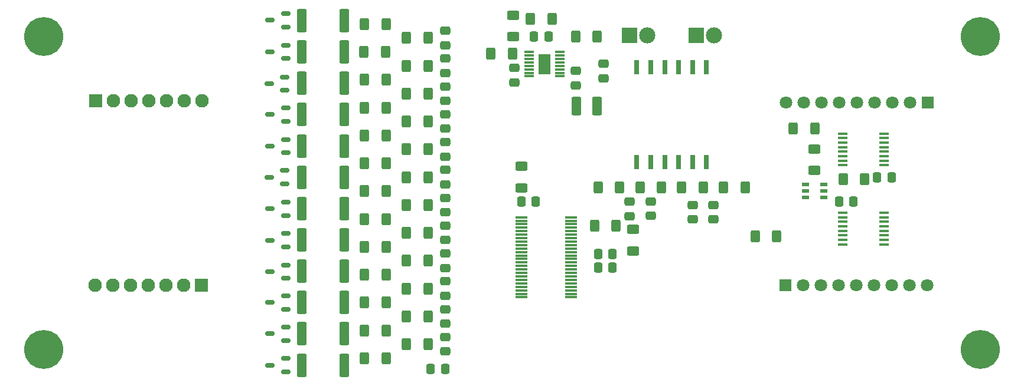
<source format=gbr>
%TF.GenerationSoftware,KiCad,Pcbnew,7.0.6*%
%TF.CreationDate,2023-08-31T22:42:44+02:00*%
%TF.ProjectId,BMS V1.0,424d5320-5631-42e3-902e-6b696361645f,rev?*%
%TF.SameCoordinates,Original*%
%TF.FileFunction,Soldermask,Top*%
%TF.FilePolarity,Negative*%
%FSLAX46Y46*%
G04 Gerber Fmt 4.6, Leading zero omitted, Abs format (unit mm)*
G04 Created by KiCad (PCBNEW 7.0.6) date 2023-08-31 22:42:44*
%MOMM*%
%LPD*%
G01*
G04 APERTURE LIST*
G04 Aperture macros list*
%AMRoundRect*
0 Rectangle with rounded corners*
0 $1 Rounding radius*
0 $2 $3 $4 $5 $6 $7 $8 $9 X,Y pos of 4 corners*
0 Add a 4 corners polygon primitive as box body*
4,1,4,$2,$3,$4,$5,$6,$7,$8,$9,$2,$3,0*
0 Add four circle primitives for the rounded corners*
1,1,$1+$1,$2,$3*
1,1,$1+$1,$4,$5*
1,1,$1+$1,$6,$7*
1,1,$1+$1,$8,$9*
0 Add four rect primitives between the rounded corners*
20,1,$1+$1,$2,$3,$4,$5,0*
20,1,$1+$1,$4,$5,$6,$7,0*
20,1,$1+$1,$6,$7,$8,$9,0*
20,1,$1+$1,$8,$9,$2,$3,0*%
G04 Aperture macros list end*
%ADD10R,2.325000X2.325000*%
%ADD11C,2.325000*%
%ADD12RoundRect,0.250000X-0.475000X0.337500X-0.475000X-0.337500X0.475000X-0.337500X0.475000X0.337500X0*%
%ADD13RoundRect,0.250000X-0.400000X-0.625000X0.400000X-0.625000X0.400000X0.625000X-0.400000X0.625000X0*%
%ADD14C,5.600000*%
%ADD15RoundRect,0.250001X-0.462499X-1.074999X0.462499X-1.074999X0.462499X1.074999X-0.462499X1.074999X0*%
%ADD16R,1.800000X0.300000*%
%ADD17RoundRect,0.250000X0.400000X0.625000X-0.400000X0.625000X-0.400000X-0.625000X0.400000X-0.625000X0*%
%ADD18RoundRect,0.249999X0.450001X1.425001X-0.450001X1.425001X-0.450001X-1.425001X0.450001X-1.425001X0*%
%ADD19R,1.475000X0.450000*%
%ADD20RoundRect,0.150000X0.512500X0.150000X-0.512500X0.150000X-0.512500X-0.150000X0.512500X-0.150000X0*%
%ADD21RoundRect,0.250000X-0.337500X-0.475000X0.337500X-0.475000X0.337500X0.475000X-0.337500X0.475000X0*%
%ADD22RoundRect,0.250000X-0.625000X0.400000X-0.625000X-0.400000X0.625000X-0.400000X0.625000X0.400000X0*%
%ADD23RoundRect,0.250000X0.475000X-0.337500X0.475000X0.337500X-0.475000X0.337500X-0.475000X-0.337500X0*%
%ADD24R,1.050000X0.550000*%
%ADD25R,1.800000X1.800000*%
%ADD26C,1.800000*%
%ADD27RoundRect,0.250000X0.337500X0.475000X-0.337500X0.475000X-0.337500X-0.475000X0.337500X-0.475000X0*%
%ADD28R,1.425000X0.300000*%
%ADD29R,1.753000X2.947000*%
%ADD30R,1.950000X1.950000*%
%ADD31C,1.950000*%
%ADD32R,0.800000X2.010000*%
G04 APERTURE END LIST*
D10*
%TO.C,J3*%
X163000000Y-68155000D03*
D11*
X165540000Y-68155000D03*
%TD*%
D12*
%TO.C,C15*%
X127000000Y-95462500D03*
X127000000Y-97537500D03*
%TD*%
D13*
%TO.C,R38*%
X115450000Y-74500000D03*
X118550000Y-74500000D03*
%TD*%
D14*
%TO.C,*%
X203750000Y-113250000D03*
%TD*%
D15*
%TO.C,L1*%
X145800500Y-78250000D03*
X148775500Y-78250000D03*
%TD*%
D16*
%TO.C,IC6*%
X137950000Y-94250000D03*
X137950000Y-94750000D03*
X137950000Y-95250000D03*
X137950000Y-95750000D03*
X137950000Y-96250000D03*
X137950000Y-96750000D03*
X137950000Y-97250000D03*
X137950000Y-97750000D03*
X137950000Y-98250000D03*
X137950000Y-98750000D03*
X137950000Y-99250000D03*
X137950000Y-99750000D03*
X137950000Y-100250000D03*
X137950000Y-100750000D03*
X137950000Y-101250000D03*
X137950000Y-101750000D03*
X137950000Y-102250000D03*
X137950000Y-102750000D03*
X137950000Y-103250000D03*
X137950000Y-103750000D03*
X137950000Y-104250000D03*
X137950000Y-104750000D03*
X137950000Y-105250000D03*
X137950000Y-105750000D03*
X145050000Y-105750000D03*
X145050000Y-105250000D03*
X145050000Y-104750000D03*
X145050000Y-104250000D03*
X145050000Y-103750000D03*
X145050000Y-103250000D03*
X145050000Y-102750000D03*
X145050000Y-102250000D03*
X145050000Y-101750000D03*
X145050000Y-101250000D03*
X145050000Y-100750000D03*
X145050000Y-100250000D03*
X145050000Y-99750000D03*
X145050000Y-99250000D03*
X145050000Y-98750000D03*
X145050000Y-98250000D03*
X145050000Y-97750000D03*
X145050000Y-97250000D03*
X145050000Y-96750000D03*
X145050000Y-96250000D03*
X145050000Y-95750000D03*
X145050000Y-95250000D03*
X145050000Y-94750000D03*
X145050000Y-94250000D03*
%TD*%
D13*
%TO.C,R32*%
X115450000Y-82500000D03*
X118550000Y-82500000D03*
%TD*%
D17*
%TO.C,R7*%
X174550000Y-97000000D03*
X171450000Y-97000000D03*
%TD*%
D13*
%TO.C,R24*%
X121450000Y-96500000D03*
X124550000Y-96500000D03*
%TD*%
%TO.C,R23*%
X115450000Y-94500000D03*
X118550000Y-94500000D03*
%TD*%
D18*
%TO.C,R46*%
X112600000Y-115500000D03*
X106500000Y-115500000D03*
%TD*%
D19*
%TO.C,IC3*%
X189938000Y-98150000D03*
X189938000Y-97500000D03*
X189938000Y-96850000D03*
X189938000Y-96200000D03*
X189938000Y-95550000D03*
X189938000Y-94900000D03*
X189938000Y-94250000D03*
X189938000Y-93600000D03*
X184062000Y-93600000D03*
X184062000Y-94250000D03*
X184062000Y-94900000D03*
X184062000Y-95550000D03*
X184062000Y-96200000D03*
X184062000Y-96850000D03*
X184062000Y-97500000D03*
X184062000Y-98150000D03*
%TD*%
D12*
%TO.C,C18*%
X127000000Y-83462500D03*
X127000000Y-85537500D03*
%TD*%
D13*
%TO.C,R12*%
X121450000Y-108500000D03*
X124550000Y-108500000D03*
%TD*%
D20*
%TO.C,Q11*%
X104187500Y-66900000D03*
X104187500Y-65000000D03*
X101912500Y-65950000D03*
%TD*%
D14*
%TO.C,*%
X69500000Y-113250000D03*
%TD*%
D21*
%TO.C,C1*%
X139750500Y-68250000D03*
X141825500Y-68250000D03*
%TD*%
D22*
%TO.C,R51*%
X138000000Y-86950000D03*
X138000000Y-90050000D03*
%TD*%
D23*
%TO.C,C9*%
X162500000Y-94537500D03*
X162500000Y-92462500D03*
%TD*%
D12*
%TO.C,C12*%
X127000000Y-107462500D03*
X127000000Y-109537500D03*
%TD*%
D13*
%TO.C,R44*%
X115450000Y-66500000D03*
X118550000Y-66500000D03*
%TD*%
D12*
%TO.C,C17*%
X127000000Y-87462500D03*
X127000000Y-89537500D03*
%TD*%
D13*
%TO.C,R15*%
X115450000Y-110500000D03*
X118550000Y-110500000D03*
%TD*%
%TO.C,R27*%
X121450000Y-92500000D03*
X124550000Y-92500000D03*
%TD*%
D24*
%TO.C,IC2*%
X181300000Y-91400000D03*
X181300000Y-90450000D03*
X181300000Y-89500000D03*
X178700000Y-89500000D03*
X178700000Y-90450000D03*
X178700000Y-91400000D03*
%TD*%
D23*
%TO.C,C2*%
X149750000Y-74287500D03*
X149750000Y-72212500D03*
%TD*%
D13*
%TO.C,R49*%
X148450000Y-95500000D03*
X151550000Y-95500000D03*
%TD*%
D12*
%TO.C,C23*%
X127000000Y-111462500D03*
X127000000Y-113537500D03*
%TD*%
D17*
%TO.C,R52*%
X187183538Y-88818599D03*
X184083538Y-88818599D03*
%TD*%
D18*
%TO.C,R43*%
X112600000Y-66000000D03*
X106500000Y-66000000D03*
%TD*%
D21*
%TO.C,C25*%
X137962500Y-92000000D03*
X140037500Y-92000000D03*
%TD*%
D18*
%TO.C,R19*%
X112600000Y-102000000D03*
X106500000Y-102000000D03*
%TD*%
%TO.C,R31*%
X112600000Y-84000000D03*
X106500000Y-84000000D03*
%TD*%
D13*
%TO.C,R3*%
X145738000Y-68250000D03*
X148838000Y-68250000D03*
%TD*%
D21*
%TO.C,C11*%
X148962500Y-99500000D03*
X151037500Y-99500000D03*
%TD*%
D12*
%TO.C,C13*%
X127000000Y-103462500D03*
X127000000Y-105537500D03*
%TD*%
D13*
%TO.C,R30*%
X121450000Y-88500000D03*
X124550000Y-88500000D03*
%TD*%
D25*
%TO.C,J5*%
X196200000Y-77775000D03*
D26*
X193660000Y-77775000D03*
X191120000Y-77775000D03*
X188580000Y-77775000D03*
X186040000Y-77775000D03*
X183500000Y-77775000D03*
X180960000Y-77775000D03*
X178420000Y-77775000D03*
X175880000Y-77775000D03*
%TD*%
D18*
%TO.C,R22*%
X112600000Y-97500000D03*
X106500000Y-97500000D03*
%TD*%
D17*
%TO.C,R11*%
X164050000Y-90000000D03*
X160950000Y-90000000D03*
%TD*%
D12*
%TO.C,C22*%
X127000000Y-67462500D03*
X127000000Y-69537500D03*
%TD*%
D13*
%TO.C,R42*%
X121450000Y-72500000D03*
X124550000Y-72500000D03*
%TD*%
D21*
%TO.C,C10*%
X148962500Y-101500000D03*
X151037500Y-101500000D03*
%TD*%
D13*
%TO.C,R48*%
X121450000Y-112500000D03*
X124550000Y-112500000D03*
%TD*%
D27*
%TO.C,C24*%
X127037500Y-116000000D03*
X124962500Y-116000000D03*
%TD*%
D12*
%TO.C,C14*%
X127000000Y-99462500D03*
X127000000Y-101537500D03*
%TD*%
D20*
%TO.C,Q6*%
X104050000Y-89450000D03*
X104050000Y-87550000D03*
X101775000Y-88500000D03*
%TD*%
D17*
%TO.C,R10*%
X170050000Y-90000000D03*
X166950000Y-90000000D03*
%TD*%
D13*
%TO.C,R29*%
X115450000Y-86500000D03*
X118550000Y-86500000D03*
%TD*%
D20*
%TO.C,Q9*%
X104050000Y-76000000D03*
X104050000Y-74100000D03*
X101775000Y-75050000D03*
%TD*%
D13*
%TO.C,R26*%
X115450000Y-90500000D03*
X118550000Y-90500000D03*
%TD*%
D20*
%TO.C,Q4*%
X104187500Y-98500000D03*
X104187500Y-96600000D03*
X101912500Y-97550000D03*
%TD*%
%TO.C,Q3*%
X104187500Y-103000000D03*
X104187500Y-101100000D03*
X101912500Y-102050000D03*
%TD*%
D18*
%TO.C,R28*%
X112550000Y-88500000D03*
X106450000Y-88500000D03*
%TD*%
D13*
%TO.C,R17*%
X115450000Y-102500000D03*
X118550000Y-102500000D03*
%TD*%
%TO.C,R4*%
X133562465Y-70768955D03*
X136662465Y-70768955D03*
%TD*%
D28*
%TO.C,IC1*%
X139076000Y-70500000D03*
X139076000Y-71000000D03*
X139076000Y-71500000D03*
X139076000Y-72000000D03*
X139076000Y-72500000D03*
X139076000Y-73000000D03*
X139076000Y-73500000D03*
X139076000Y-74000000D03*
X143500000Y-74000000D03*
X143500000Y-73500000D03*
X143500000Y-73000000D03*
X143500000Y-72500000D03*
X143500000Y-72000000D03*
X143500000Y-71500000D03*
X143500000Y-71000000D03*
X143500000Y-70500000D03*
D29*
X141288000Y-72250000D03*
%TD*%
D13*
%TO.C,R8*%
X148950000Y-90000000D03*
X152050000Y-90000000D03*
%TD*%
%TO.C,R39*%
X121450000Y-76500000D03*
X124550000Y-76500000D03*
%TD*%
D25*
%TO.C,J4*%
X175840000Y-104000000D03*
D26*
X178380000Y-104000000D03*
X180920000Y-104000000D03*
X183460000Y-104000000D03*
X186000000Y-104000000D03*
X188540000Y-104000000D03*
X191080000Y-104000000D03*
X193620000Y-104000000D03*
X196160000Y-104000000D03*
%TD*%
D30*
%TO.C,J6*%
X76930000Y-77500000D03*
D31*
X79470000Y-77500000D03*
X82010000Y-77500000D03*
X84550000Y-77500000D03*
X87090000Y-77500000D03*
X89630000Y-77500000D03*
X92170000Y-77500000D03*
%TD*%
D32*
%TO.C,T1*%
X164500000Y-72655000D03*
X162500000Y-72655000D03*
X160500000Y-72655000D03*
X158500000Y-72655000D03*
X156500000Y-72655000D03*
X154500000Y-72655000D03*
X154500000Y-86345000D03*
X156500000Y-86345000D03*
X158500000Y-86345000D03*
X160500000Y-86345000D03*
X162500000Y-86345000D03*
X164500000Y-86345000D03*
%TD*%
D12*
%TO.C,C20*%
X127000000Y-75462500D03*
X127000000Y-77537500D03*
%TD*%
D27*
%TO.C,C26*%
X185575000Y-92000000D03*
X183500000Y-92000000D03*
%TD*%
D18*
%TO.C,R25*%
X112550000Y-93000000D03*
X106450000Y-93000000D03*
%TD*%
D23*
%TO.C,C7*%
X156500000Y-94037500D03*
X156500000Y-91962500D03*
%TD*%
D10*
%TO.C,J1*%
X153460000Y-68155000D03*
D11*
X156000000Y-68155000D03*
%TD*%
D23*
%TO.C,C6*%
X153500000Y-94075000D03*
X153500000Y-92000000D03*
%TD*%
D14*
%TO.C,*%
X203750000Y-68250000D03*
%TD*%
D18*
%TO.C,R14*%
X112600000Y-111000000D03*
X106500000Y-111000000D03*
%TD*%
D13*
%TO.C,R41*%
X115400000Y-70500000D03*
X118500000Y-70500000D03*
%TD*%
%TO.C,R20*%
X115450000Y-98500000D03*
X118550000Y-98500000D03*
%TD*%
%TO.C,R36*%
X121450000Y-80500000D03*
X124550000Y-80500000D03*
%TD*%
%TO.C,R33*%
X121450000Y-84500000D03*
X124550000Y-84500000D03*
%TD*%
%TO.C,R35*%
X115450000Y-78500000D03*
X118550000Y-78500000D03*
%TD*%
D18*
%TO.C,R37*%
X112600000Y-75000000D03*
X106500000Y-75000000D03*
%TD*%
%TO.C,R16*%
X112600000Y-106500000D03*
X106500000Y-106500000D03*
%TD*%
D13*
%TO.C,R13*%
X115450000Y-106500000D03*
X118550000Y-106500000D03*
%TD*%
%TO.C,R45*%
X121450000Y-68500000D03*
X124550000Y-68500000D03*
%TD*%
D20*
%TO.C,Q2*%
X104187500Y-107450000D03*
X104187500Y-105550000D03*
X101912500Y-106500000D03*
%TD*%
%TO.C,Q12*%
X104187500Y-116450000D03*
X104187500Y-114550000D03*
X101912500Y-115500000D03*
%TD*%
D22*
%TO.C,R50*%
X154000000Y-96000000D03*
X154000000Y-99100000D03*
%TD*%
%TO.C,R1*%
X136788000Y-65200000D03*
X136788000Y-68300000D03*
%TD*%
D18*
%TO.C,R40*%
X112600000Y-70500000D03*
X106500000Y-70500000D03*
%TD*%
D13*
%TO.C,R21*%
X121450000Y-100500000D03*
X124550000Y-100500000D03*
%TD*%
D14*
%TO.C,REF\u002A\u002A*%
X69500000Y-68250000D03*
%TD*%
D13*
%TO.C,R18*%
X121450000Y-104500000D03*
X124550000Y-104500000D03*
%TD*%
D12*
%TO.C,C21*%
X127000000Y-71462500D03*
X127000000Y-73537500D03*
%TD*%
D20*
%TO.C,Q5*%
X104187500Y-94000000D03*
X104187500Y-92100000D03*
X101912500Y-93050000D03*
%TD*%
D21*
%TO.C,C5*%
X188962500Y-88500000D03*
X191037500Y-88500000D03*
%TD*%
D30*
%TO.C,J2*%
X92050000Y-104000000D03*
D31*
X89510000Y-104000000D03*
X86970000Y-104000000D03*
X84430000Y-104000000D03*
X81890000Y-104000000D03*
X79350000Y-104000000D03*
X76810000Y-104000000D03*
%TD*%
D18*
%TO.C,R34*%
X112600000Y-79500000D03*
X106500000Y-79500000D03*
%TD*%
D20*
%TO.C,Q7*%
X104187500Y-85000000D03*
X104187500Y-83100000D03*
X101912500Y-84050000D03*
%TD*%
D23*
%TO.C,C8*%
X165500000Y-94537500D03*
X165500000Y-92462500D03*
%TD*%
D13*
%TO.C,R6*%
X176950000Y-81500000D03*
X180050000Y-81500000D03*
%TD*%
D20*
%TO.C,Q10*%
X104187500Y-71450000D03*
X104187500Y-69550000D03*
X101912500Y-70500000D03*
%TD*%
%TO.C,Q1*%
X104187500Y-111950000D03*
X104187500Y-110050000D03*
X101912500Y-111000000D03*
%TD*%
D19*
%TO.C,IC4*%
X184062000Y-82225000D03*
X184062000Y-82875000D03*
X184062000Y-83525000D03*
X184062000Y-84175000D03*
X184062000Y-84825000D03*
X184062000Y-85475000D03*
X184062000Y-86125000D03*
X184062000Y-86775000D03*
X189938000Y-86775000D03*
X189938000Y-86125000D03*
X189938000Y-85475000D03*
X189938000Y-84825000D03*
X189938000Y-84175000D03*
X189938000Y-83525000D03*
X189938000Y-82875000D03*
X189938000Y-82225000D03*
%TD*%
D23*
%TO.C,C4*%
X136911722Y-74877204D03*
X136911722Y-72802204D03*
%TD*%
D13*
%TO.C,R47*%
X115450000Y-114500000D03*
X118550000Y-114500000D03*
%TD*%
D12*
%TO.C,C16*%
X127000000Y-91462500D03*
X127000000Y-93537500D03*
%TD*%
%TO.C,C19*%
X127000000Y-79462500D03*
X127000000Y-81537500D03*
%TD*%
D20*
%TO.C,Q8*%
X104187500Y-80450000D03*
X104187500Y-78550000D03*
X101912500Y-79500000D03*
%TD*%
D23*
%TO.C,C3*%
X145788000Y-75287500D03*
X145788000Y-73212500D03*
%TD*%
D17*
%TO.C,R2*%
X142338000Y-65750000D03*
X139238000Y-65750000D03*
%TD*%
D22*
%TO.C,R5*%
X180000000Y-84450000D03*
X180000000Y-87550000D03*
%TD*%
D13*
%TO.C,R9*%
X154950000Y-90000000D03*
X158050000Y-90000000D03*
%TD*%
M02*

</source>
